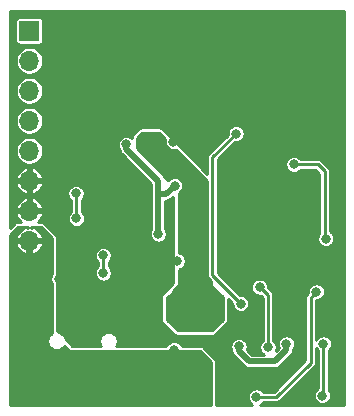
<source format=gbr>
G04 #@! TF.GenerationSoftware,KiCad,Pcbnew,5.1.5*
G04 #@! TF.CreationDate,2020-05-30T17:31:02+02:00*
G04 #@! TF.ProjectId,lichtenprog,6c696368-7465-46e7-9072-6f672e6b6963,rev?*
G04 #@! TF.SameCoordinates,Original*
G04 #@! TF.FileFunction,Copper,L2,Bot*
G04 #@! TF.FilePolarity,Positive*
%FSLAX46Y46*%
G04 Gerber Fmt 4.6, Leading zero omitted, Abs format (unit mm)*
G04 Created by KiCad (PCBNEW 5.1.5) date 2020-05-30 17:31:02*
%MOMM*%
%LPD*%
G04 APERTURE LIST*
%ADD10O,1.700000X1.700000*%
%ADD11R,1.700000X1.700000*%
%ADD12C,0.800000*%
%ADD13C,0.500000*%
%ADD14C,0.250000*%
%ADD15C,0.254000*%
G04 APERTURE END LIST*
D10*
X66000000Y-65780000D03*
X66000000Y-63240000D03*
X66000000Y-60700000D03*
X66000000Y-58160000D03*
X66000000Y-55620000D03*
X66000000Y-53080000D03*
X66000000Y-50540000D03*
D11*
X66000000Y-48000000D03*
D12*
X89000000Y-74500000D03*
X87700000Y-69700000D03*
X73300000Y-66200000D03*
X72300000Y-69700000D03*
X71300000Y-74100000D03*
X78200000Y-57400000D03*
X71100000Y-57400000D03*
X90750000Y-53750000D03*
X74900000Y-74300000D03*
X82400000Y-67500000D03*
X78500000Y-67500000D03*
X77500000Y-69800000D03*
X83600000Y-65300000D03*
X68500000Y-69000000D03*
X74380000Y-62500000D03*
X74250000Y-68500000D03*
X75750000Y-69750000D03*
X87750000Y-74500000D03*
X80300000Y-76200000D03*
X83741957Y-74726514D03*
X78250000Y-75000000D03*
X78300000Y-61100000D03*
X76900000Y-65200000D03*
X74200000Y-57600000D03*
X72250000Y-68500000D03*
X72250000Y-67000000D03*
X69984677Y-63877238D03*
X69944128Y-61749564D03*
X80000000Y-70000000D03*
X78500000Y-71750000D03*
X81500000Y-71750000D03*
X76800000Y-57500000D03*
X75600000Y-57500000D03*
X83900000Y-71100000D03*
X83500000Y-56700000D03*
X91100000Y-65600000D03*
X88400000Y-59300000D03*
X85200000Y-79000000D03*
X90300000Y-70100000D03*
X86200000Y-74800000D03*
X85500000Y-69700000D03*
X90800000Y-78900000D03*
X90900000Y-74500000D03*
D13*
X89000000Y-71000000D02*
X89000000Y-74500000D01*
X87700000Y-69700000D02*
X89000000Y-71000000D01*
X76200000Y-77700000D02*
X77800000Y-76100000D01*
X68500000Y-77700000D02*
X76200000Y-77700000D01*
X66000000Y-65780000D02*
X66000000Y-75200000D01*
X66000000Y-75200000D02*
X68500000Y-77700000D01*
X80200000Y-76100000D02*
X80300000Y-76200000D01*
X77800000Y-76100000D02*
X80200000Y-76100000D01*
X83741957Y-74726514D02*
X83741957Y-75141957D01*
X84600000Y-76000000D02*
X86800000Y-76000000D01*
X83741957Y-75141957D02*
X84600000Y-76000000D01*
X87750000Y-75050000D02*
X87750000Y-74500000D01*
X86800000Y-76000000D02*
X87750000Y-75050000D01*
X77800000Y-75450000D02*
X78250000Y-75000000D01*
X77800000Y-76100000D02*
X77800000Y-75450000D01*
X77600000Y-61800000D02*
X78300000Y-61100000D01*
X76900000Y-61800000D02*
X77600000Y-61800000D01*
X76900000Y-65200000D02*
X76900000Y-62900000D01*
X76900000Y-62900000D02*
X76900000Y-61800000D01*
X76900000Y-60717456D02*
X76900000Y-61800000D01*
X74200000Y-57600000D02*
X74200000Y-58017456D01*
X74200000Y-58017456D02*
X76900000Y-60717456D01*
D14*
X72250000Y-68500000D02*
X72250000Y-67000000D01*
X69944128Y-61749564D02*
X69984677Y-61790113D01*
X69984677Y-61790113D02*
X69984677Y-63877238D01*
D13*
X80000000Y-61000000D02*
X80000000Y-70000000D01*
X76800000Y-57800000D02*
X80000000Y-61000000D01*
X76800000Y-57500000D02*
X76800000Y-57800000D01*
X75600000Y-57500000D02*
X76800000Y-57500000D01*
D14*
X81500000Y-58700000D02*
X83500000Y-56700000D01*
X83900000Y-71100000D02*
X81500000Y-68700000D01*
X81500000Y-68700000D02*
X81500000Y-58700000D01*
X91100000Y-65600000D02*
X91000000Y-65500000D01*
X91000000Y-65500000D02*
X91000000Y-59900000D01*
X91000000Y-59900000D02*
X90400000Y-59300000D01*
X90400000Y-59300000D02*
X88400000Y-59300000D01*
X90300000Y-70100000D02*
X89800000Y-70600000D01*
X89800000Y-70600000D02*
X89800000Y-76100000D01*
X86900000Y-79000000D02*
X85200000Y-79000000D01*
X89800000Y-76100000D02*
X86900000Y-79000000D01*
X86200000Y-70400000D02*
X86200000Y-74800000D01*
X85500000Y-69700000D02*
X86200000Y-70400000D01*
X90900000Y-78800000D02*
X90800000Y-78900000D01*
X90900000Y-74500000D02*
X90900000Y-78800000D01*
D15*
G36*
X92648001Y-79648000D02*
G01*
X85535332Y-79648000D01*
X85544364Y-79644259D01*
X85663436Y-79564698D01*
X85764698Y-79463436D01*
X85772339Y-79452000D01*
X86877795Y-79452000D01*
X86900000Y-79454187D01*
X86922205Y-79452000D01*
X86988607Y-79445460D01*
X87073810Y-79419614D01*
X87152333Y-79377643D01*
X87221159Y-79321159D01*
X87235323Y-79303900D01*
X90103911Y-76435314D01*
X90121159Y-76421159D01*
X90177643Y-76352333D01*
X90219614Y-76273810D01*
X90245460Y-76188607D01*
X90252000Y-76122205D01*
X90254187Y-76100001D01*
X90252000Y-76077796D01*
X90252000Y-74835332D01*
X90255741Y-74844364D01*
X90335302Y-74963436D01*
X90436564Y-75064698D01*
X90448000Y-75072339D01*
X90448001Y-78260843D01*
X90336564Y-78335302D01*
X90235302Y-78436564D01*
X90155741Y-78555636D01*
X90100938Y-78687942D01*
X90073000Y-78828397D01*
X90073000Y-78971603D01*
X90100938Y-79112058D01*
X90155741Y-79244364D01*
X90235302Y-79363436D01*
X90336564Y-79464698D01*
X90455636Y-79544259D01*
X90587942Y-79599062D01*
X90728397Y-79627000D01*
X90871603Y-79627000D01*
X91012058Y-79599062D01*
X91144364Y-79544259D01*
X91263436Y-79464698D01*
X91364698Y-79363436D01*
X91444259Y-79244364D01*
X91499062Y-79112058D01*
X91527000Y-78971603D01*
X91527000Y-78828397D01*
X91499062Y-78687942D01*
X91444259Y-78555636D01*
X91364698Y-78436564D01*
X91352000Y-78423866D01*
X91352000Y-75072339D01*
X91363436Y-75064698D01*
X91464698Y-74963436D01*
X91544259Y-74844364D01*
X91599062Y-74712058D01*
X91627000Y-74571603D01*
X91627000Y-74428397D01*
X91599062Y-74287942D01*
X91544259Y-74155636D01*
X91464698Y-74036564D01*
X91363436Y-73935302D01*
X91244364Y-73855741D01*
X91112058Y-73800938D01*
X90971603Y-73773000D01*
X90828397Y-73773000D01*
X90687942Y-73800938D01*
X90555636Y-73855741D01*
X90436564Y-73935302D01*
X90335302Y-74036564D01*
X90255741Y-74155636D01*
X90252000Y-74164668D01*
X90252000Y-70827000D01*
X90371603Y-70827000D01*
X90512058Y-70799062D01*
X90644364Y-70744259D01*
X90763436Y-70664698D01*
X90864698Y-70563436D01*
X90944259Y-70444364D01*
X90999062Y-70312058D01*
X91027000Y-70171603D01*
X91027000Y-70028397D01*
X90999062Y-69887942D01*
X90944259Y-69755636D01*
X90864698Y-69636564D01*
X90763436Y-69535302D01*
X90644364Y-69455741D01*
X90512058Y-69400938D01*
X90371603Y-69373000D01*
X90228397Y-69373000D01*
X90087942Y-69400938D01*
X89955636Y-69455741D01*
X89836564Y-69535302D01*
X89735302Y-69636564D01*
X89655741Y-69755636D01*
X89600938Y-69887942D01*
X89573000Y-70028397D01*
X89573000Y-70171603D01*
X89575683Y-70185093D01*
X89496100Y-70264677D01*
X89478841Y-70278841D01*
X89422357Y-70347668D01*
X89394887Y-70399062D01*
X89380386Y-70426191D01*
X89354540Y-70511393D01*
X89345813Y-70600000D01*
X89348000Y-70622205D01*
X89348001Y-75912774D01*
X86712777Y-78548000D01*
X85772339Y-78548000D01*
X85764698Y-78536564D01*
X85663436Y-78435302D01*
X85544364Y-78355741D01*
X85412058Y-78300938D01*
X85271603Y-78273000D01*
X85128397Y-78273000D01*
X84987942Y-78300938D01*
X84855636Y-78355741D01*
X84736564Y-78435302D01*
X84635302Y-78536564D01*
X84555741Y-78655636D01*
X84500938Y-78787942D01*
X84473000Y-78928397D01*
X84473000Y-79071603D01*
X84500938Y-79212058D01*
X84555741Y-79344364D01*
X84635302Y-79463436D01*
X84736564Y-79564698D01*
X84855636Y-79644259D01*
X84864668Y-79648000D01*
X81827000Y-79648000D01*
X81827000Y-76000000D01*
X81820717Y-75936205D01*
X81802109Y-75874863D01*
X81771891Y-75818329D01*
X81731224Y-75768776D01*
X80731224Y-74768776D01*
X80681671Y-74728109D01*
X80625137Y-74697891D01*
X80563795Y-74679283D01*
X80500000Y-74673000D01*
X78901451Y-74673000D01*
X78894259Y-74655636D01*
X78893775Y-74654911D01*
X83014957Y-74654911D01*
X83014957Y-74798117D01*
X83042895Y-74938572D01*
X83097698Y-75070878D01*
X83165101Y-75171755D01*
X83173306Y-75255068D01*
X83184271Y-75291212D01*
X83206300Y-75363833D01*
X83259879Y-75464072D01*
X83288595Y-75499062D01*
X83313920Y-75529921D01*
X83313923Y-75529924D01*
X83331984Y-75551931D01*
X83353990Y-75569991D01*
X84171965Y-76387967D01*
X84190026Y-76409974D01*
X84212033Y-76428035D01*
X84212035Y-76428037D01*
X84231980Y-76444405D01*
X84277885Y-76482079D01*
X84378124Y-76535657D01*
X84486888Y-76568650D01*
X84571664Y-76577000D01*
X84571670Y-76577000D01*
X84599999Y-76579790D01*
X84628328Y-76577000D01*
X86771669Y-76577000D01*
X86800000Y-76579790D01*
X86828331Y-76577000D01*
X86828336Y-76577000D01*
X86858045Y-76574074D01*
X86913111Y-76568651D01*
X86960790Y-76554187D01*
X87021876Y-76535657D01*
X87122115Y-76482079D01*
X87209974Y-76409974D01*
X87228039Y-76387962D01*
X88137963Y-75478038D01*
X88159974Y-75459974D01*
X88232079Y-75372115D01*
X88285657Y-75271876D01*
X88300824Y-75221877D01*
X88318651Y-75163112D01*
X88324363Y-75105114D01*
X88327000Y-75078336D01*
X88327000Y-75078331D01*
X88329790Y-75050000D01*
X88327000Y-75021669D01*
X88327000Y-74945025D01*
X88394259Y-74844364D01*
X88449062Y-74712058D01*
X88477000Y-74571603D01*
X88477000Y-74428397D01*
X88449062Y-74287942D01*
X88394259Y-74155636D01*
X88314698Y-74036564D01*
X88213436Y-73935302D01*
X88094364Y-73855741D01*
X87962058Y-73800938D01*
X87821603Y-73773000D01*
X87678397Y-73773000D01*
X87537942Y-73800938D01*
X87405636Y-73855741D01*
X87286564Y-73935302D01*
X87185302Y-74036564D01*
X87105741Y-74155636D01*
X87050938Y-74287942D01*
X87023000Y-74428397D01*
X87023000Y-74571603D01*
X87050938Y-74712058D01*
X87105741Y-74844364D01*
X87119317Y-74864682D01*
X86847529Y-75136470D01*
X86899062Y-75012058D01*
X86927000Y-74871603D01*
X86927000Y-74728397D01*
X86899062Y-74587942D01*
X86844259Y-74455636D01*
X86764698Y-74336564D01*
X86663436Y-74235302D01*
X86652000Y-74227661D01*
X86652000Y-70422202D01*
X86654187Y-70399999D01*
X86649492Y-70352334D01*
X86645460Y-70311393D01*
X86619614Y-70226190D01*
X86577643Y-70147667D01*
X86521159Y-70078841D01*
X86503911Y-70064686D01*
X86224317Y-69785093D01*
X86227000Y-69771603D01*
X86227000Y-69628397D01*
X86199062Y-69487942D01*
X86144259Y-69355636D01*
X86064698Y-69236564D01*
X85963436Y-69135302D01*
X85844364Y-69055741D01*
X85712058Y-69000938D01*
X85571603Y-68973000D01*
X85428397Y-68973000D01*
X85287942Y-69000938D01*
X85155636Y-69055741D01*
X85036564Y-69135302D01*
X84935302Y-69236564D01*
X84855741Y-69355636D01*
X84800938Y-69487942D01*
X84773000Y-69628397D01*
X84773000Y-69771603D01*
X84800938Y-69912058D01*
X84855741Y-70044364D01*
X84935302Y-70163436D01*
X85036564Y-70264698D01*
X85155636Y-70344259D01*
X85287942Y-70399062D01*
X85428397Y-70427000D01*
X85571603Y-70427000D01*
X85585093Y-70424317D01*
X85748000Y-70587225D01*
X85748001Y-74227660D01*
X85736564Y-74235302D01*
X85635302Y-74336564D01*
X85555741Y-74455636D01*
X85500938Y-74587942D01*
X85473000Y-74728397D01*
X85473000Y-74871603D01*
X85500938Y-75012058D01*
X85555741Y-75144364D01*
X85635302Y-75263436D01*
X85736564Y-75364698D01*
X85823820Y-75423000D01*
X84839002Y-75423000D01*
X84415700Y-74999698D01*
X84441019Y-74938572D01*
X84468957Y-74798117D01*
X84468957Y-74654911D01*
X84441019Y-74514456D01*
X84386216Y-74382150D01*
X84306655Y-74263078D01*
X84205393Y-74161816D01*
X84086321Y-74082255D01*
X83954015Y-74027452D01*
X83813560Y-73999514D01*
X83670354Y-73999514D01*
X83529899Y-74027452D01*
X83397593Y-74082255D01*
X83278521Y-74161816D01*
X83177259Y-74263078D01*
X83097698Y-74382150D01*
X83042895Y-74514456D01*
X83014957Y-74654911D01*
X78893775Y-74654911D01*
X78814698Y-74536564D01*
X78713436Y-74435302D01*
X78594364Y-74355741D01*
X78462058Y-74300938D01*
X78321603Y-74273000D01*
X78178397Y-74273000D01*
X78037942Y-74300938D01*
X77905636Y-74355741D01*
X77786564Y-74435302D01*
X77685302Y-74536564D01*
X77605741Y-74655636D01*
X77598549Y-74673000D01*
X73351851Y-74673000D01*
X73388569Y-74618048D01*
X73447141Y-74476643D01*
X73477000Y-74326528D01*
X73477000Y-74173472D01*
X73447141Y-74023357D01*
X73388569Y-73881952D01*
X73303536Y-73754691D01*
X73195309Y-73646464D01*
X73068048Y-73561431D01*
X72926643Y-73502859D01*
X72776528Y-73473000D01*
X72623472Y-73473000D01*
X72473357Y-73502859D01*
X72331952Y-73561431D01*
X72204691Y-73646464D01*
X72096464Y-73754691D01*
X72011431Y-73881952D01*
X71952859Y-74023357D01*
X71923000Y-74173472D01*
X71923000Y-74326528D01*
X71952859Y-74476643D01*
X72011431Y-74618048D01*
X72048149Y-74673000D01*
X69635448Y-74673000D01*
X69062370Y-74099922D01*
X69047141Y-74023357D01*
X68988569Y-73881952D01*
X68903536Y-73754691D01*
X68795309Y-73646464D01*
X68668048Y-73561431D01*
X68526643Y-73502859D01*
X68450078Y-73487630D01*
X68327000Y-73364552D01*
X68327000Y-66928397D01*
X71523000Y-66928397D01*
X71523000Y-67071603D01*
X71550938Y-67212058D01*
X71605741Y-67344364D01*
X71685302Y-67463436D01*
X71786564Y-67564698D01*
X71798001Y-67572340D01*
X71798000Y-67927660D01*
X71786564Y-67935302D01*
X71685302Y-68036564D01*
X71605741Y-68155636D01*
X71550938Y-68287942D01*
X71523000Y-68428397D01*
X71523000Y-68571603D01*
X71550938Y-68712058D01*
X71605741Y-68844364D01*
X71685302Y-68963436D01*
X71786564Y-69064698D01*
X71905636Y-69144259D01*
X72037942Y-69199062D01*
X72178397Y-69227000D01*
X72321603Y-69227000D01*
X72462058Y-69199062D01*
X72594364Y-69144259D01*
X72713436Y-69064698D01*
X72814698Y-68963436D01*
X72894259Y-68844364D01*
X72949062Y-68712058D01*
X72977000Y-68571603D01*
X72977000Y-68428397D01*
X72949062Y-68287942D01*
X72894259Y-68155636D01*
X72814698Y-68036564D01*
X72713436Y-67935302D01*
X72702000Y-67927661D01*
X72702000Y-67572339D01*
X72713436Y-67564698D01*
X72814698Y-67463436D01*
X72894259Y-67344364D01*
X72949062Y-67212058D01*
X72977000Y-67071603D01*
X72977000Y-66928397D01*
X72949062Y-66787942D01*
X72894259Y-66655636D01*
X72814698Y-66536564D01*
X72713436Y-66435302D01*
X72594364Y-66355741D01*
X72462058Y-66300938D01*
X72321603Y-66273000D01*
X72178397Y-66273000D01*
X72037942Y-66300938D01*
X71905636Y-66355741D01*
X71786564Y-66435302D01*
X71685302Y-66536564D01*
X71605741Y-66655636D01*
X71550938Y-66787942D01*
X71523000Y-66928397D01*
X68327000Y-66928397D01*
X68327000Y-65500000D01*
X68320717Y-65436205D01*
X68302109Y-65374863D01*
X68271891Y-65318329D01*
X68231224Y-65268776D01*
X67231224Y-64268776D01*
X67181671Y-64228109D01*
X67125137Y-64197891D01*
X67063795Y-64179283D01*
X67000000Y-64173000D01*
X66717039Y-64173000D01*
X66719679Y-64171346D01*
X66887547Y-64013048D01*
X67021307Y-63825042D01*
X67115819Y-63614553D01*
X67135855Y-63548485D01*
X67087862Y-63367000D01*
X66127000Y-63367000D01*
X66127000Y-63387000D01*
X65873000Y-63387000D01*
X65873000Y-63367000D01*
X64912138Y-63367000D01*
X64864145Y-63548485D01*
X64884181Y-63614553D01*
X64978693Y-63825042D01*
X65112453Y-64013048D01*
X65280321Y-64171346D01*
X65282961Y-64173000D01*
X65000000Y-64173000D01*
X64936205Y-64179283D01*
X64874863Y-64197891D01*
X64818329Y-64228109D01*
X64768776Y-64268776D01*
X64352000Y-64685552D01*
X64352000Y-62931515D01*
X64864145Y-62931515D01*
X64912138Y-63113000D01*
X65873000Y-63113000D01*
X65873000Y-62151616D01*
X66127000Y-62151616D01*
X66127000Y-63113000D01*
X67087862Y-63113000D01*
X67135855Y-62931515D01*
X67115819Y-62865447D01*
X67021307Y-62654958D01*
X66887547Y-62466952D01*
X66719679Y-62308654D01*
X66524154Y-62186147D01*
X66308486Y-62104139D01*
X66127000Y-62151616D01*
X65873000Y-62151616D01*
X65691514Y-62104139D01*
X65475846Y-62186147D01*
X65280321Y-62308654D01*
X65112453Y-62466952D01*
X64978693Y-62654958D01*
X64884181Y-62865447D01*
X64864145Y-62931515D01*
X64352000Y-62931515D01*
X64352000Y-61008485D01*
X64864145Y-61008485D01*
X64884181Y-61074553D01*
X64978693Y-61285042D01*
X65112453Y-61473048D01*
X65280321Y-61631346D01*
X65475846Y-61753853D01*
X65691514Y-61835861D01*
X65873000Y-61788384D01*
X65873000Y-60827000D01*
X66127000Y-60827000D01*
X66127000Y-61788384D01*
X66308486Y-61835861D01*
X66524154Y-61753853D01*
X66645280Y-61677961D01*
X69217128Y-61677961D01*
X69217128Y-61821167D01*
X69245066Y-61961622D01*
X69299869Y-62093928D01*
X69379430Y-62213000D01*
X69480692Y-62314262D01*
X69532677Y-62348997D01*
X69532678Y-63304898D01*
X69521241Y-63312540D01*
X69419979Y-63413802D01*
X69340418Y-63532874D01*
X69285615Y-63665180D01*
X69257677Y-63805635D01*
X69257677Y-63948841D01*
X69285615Y-64089296D01*
X69340418Y-64221602D01*
X69419979Y-64340674D01*
X69521241Y-64441936D01*
X69640313Y-64521497D01*
X69772619Y-64576300D01*
X69913074Y-64604238D01*
X70056280Y-64604238D01*
X70196735Y-64576300D01*
X70329041Y-64521497D01*
X70448113Y-64441936D01*
X70549375Y-64340674D01*
X70628936Y-64221602D01*
X70683739Y-64089296D01*
X70711677Y-63948841D01*
X70711677Y-63805635D01*
X70683739Y-63665180D01*
X70628936Y-63532874D01*
X70549375Y-63413802D01*
X70448113Y-63312540D01*
X70436677Y-63304899D01*
X70436677Y-62285149D01*
X70508826Y-62213000D01*
X70588387Y-62093928D01*
X70643190Y-61961622D01*
X70671128Y-61821167D01*
X70671128Y-61677961D01*
X70643190Y-61537506D01*
X70588387Y-61405200D01*
X70508826Y-61286128D01*
X70407564Y-61184866D01*
X70288492Y-61105305D01*
X70156186Y-61050502D01*
X70015731Y-61022564D01*
X69872525Y-61022564D01*
X69732070Y-61050502D01*
X69599764Y-61105305D01*
X69480692Y-61184866D01*
X69379430Y-61286128D01*
X69299869Y-61405200D01*
X69245066Y-61537506D01*
X69217128Y-61677961D01*
X66645280Y-61677961D01*
X66719679Y-61631346D01*
X66887547Y-61473048D01*
X67021307Y-61285042D01*
X67115819Y-61074553D01*
X67135855Y-61008485D01*
X67087862Y-60827000D01*
X66127000Y-60827000D01*
X65873000Y-60827000D01*
X64912138Y-60827000D01*
X64864145Y-61008485D01*
X64352000Y-61008485D01*
X64352000Y-60391515D01*
X64864145Y-60391515D01*
X64912138Y-60573000D01*
X65873000Y-60573000D01*
X65873000Y-59611616D01*
X66127000Y-59611616D01*
X66127000Y-60573000D01*
X67087862Y-60573000D01*
X67135855Y-60391515D01*
X67115819Y-60325447D01*
X67021307Y-60114958D01*
X66887547Y-59926952D01*
X66719679Y-59768654D01*
X66524154Y-59646147D01*
X66308486Y-59564139D01*
X66127000Y-59611616D01*
X65873000Y-59611616D01*
X65691514Y-59564139D01*
X65475846Y-59646147D01*
X65280321Y-59768654D01*
X65112453Y-59926952D01*
X64978693Y-60114958D01*
X64884181Y-60325447D01*
X64864145Y-60391515D01*
X64352000Y-60391515D01*
X64352000Y-58044076D01*
X64823000Y-58044076D01*
X64823000Y-58275924D01*
X64868231Y-58503318D01*
X64956956Y-58717519D01*
X65085764Y-58910294D01*
X65249706Y-59074236D01*
X65442481Y-59203044D01*
X65656682Y-59291769D01*
X65884076Y-59337000D01*
X66115924Y-59337000D01*
X66343318Y-59291769D01*
X66557519Y-59203044D01*
X66750294Y-59074236D01*
X66914236Y-58910294D01*
X67043044Y-58717519D01*
X67131769Y-58503318D01*
X67177000Y-58275924D01*
X67177000Y-58044076D01*
X67131769Y-57816682D01*
X67043044Y-57602481D01*
X66993543Y-57528397D01*
X73473000Y-57528397D01*
X73473000Y-57671603D01*
X73500938Y-57812058D01*
X73555741Y-57944364D01*
X73622912Y-58044893D01*
X73623000Y-58045787D01*
X73623000Y-58045792D01*
X73625926Y-58075501D01*
X73631349Y-58130567D01*
X73635503Y-58144259D01*
X73664343Y-58239332D01*
X73717922Y-58339571D01*
X73741787Y-58368650D01*
X73771963Y-58405420D01*
X73771966Y-58405423D01*
X73790027Y-58427430D01*
X73812034Y-58445491D01*
X76323000Y-60956457D01*
X76323001Y-61771654D01*
X76320209Y-61800000D01*
X76323001Y-61828346D01*
X76323000Y-62928335D01*
X76323001Y-62928345D01*
X76323000Y-64754975D01*
X76255741Y-64855636D01*
X76200938Y-64987942D01*
X76173000Y-65128397D01*
X76173000Y-65271603D01*
X76200938Y-65412058D01*
X76255741Y-65544364D01*
X76335302Y-65663436D01*
X76436564Y-65764698D01*
X76555636Y-65844259D01*
X76687942Y-65899062D01*
X76828397Y-65927000D01*
X76971603Y-65927000D01*
X77112058Y-65899062D01*
X77244364Y-65844259D01*
X77363436Y-65764698D01*
X77464698Y-65663436D01*
X77544259Y-65544364D01*
X77599062Y-65412058D01*
X77627000Y-65271603D01*
X77627000Y-65128397D01*
X77599062Y-64987942D01*
X77544259Y-64855636D01*
X77477000Y-64754975D01*
X77477000Y-62377000D01*
X77571669Y-62377000D01*
X77600000Y-62379790D01*
X77628331Y-62377000D01*
X77628336Y-62377000D01*
X77658045Y-62374074D01*
X77713111Y-62368651D01*
X77757770Y-62355103D01*
X77821876Y-62335657D01*
X77922115Y-62282079D01*
X78009974Y-62209974D01*
X78028039Y-62187962D01*
X78173000Y-62043001D01*
X78173000Y-69364552D01*
X77268776Y-70268776D01*
X77228109Y-70318329D01*
X77197891Y-70374863D01*
X77179283Y-70436205D01*
X77173000Y-70500000D01*
X77173000Y-72500000D01*
X77179283Y-72563795D01*
X77197891Y-72625137D01*
X77228109Y-72681671D01*
X77268776Y-72731224D01*
X78268776Y-73731224D01*
X78318329Y-73771891D01*
X78374863Y-73802109D01*
X78436205Y-73820717D01*
X78500000Y-73827000D01*
X81500000Y-73827000D01*
X81563795Y-73820717D01*
X81625137Y-73802109D01*
X81681671Y-73771891D01*
X81731224Y-73731224D01*
X82731224Y-72731224D01*
X82771891Y-72681671D01*
X82802109Y-72625137D01*
X82820717Y-72563795D01*
X82827000Y-72500000D01*
X82827000Y-70666224D01*
X83175683Y-71014907D01*
X83173000Y-71028397D01*
X83173000Y-71171603D01*
X83200938Y-71312058D01*
X83255741Y-71444364D01*
X83335302Y-71563436D01*
X83436564Y-71664698D01*
X83555636Y-71744259D01*
X83687942Y-71799062D01*
X83828397Y-71827000D01*
X83971603Y-71827000D01*
X84112058Y-71799062D01*
X84244364Y-71744259D01*
X84363436Y-71664698D01*
X84464698Y-71563436D01*
X84544259Y-71444364D01*
X84599062Y-71312058D01*
X84627000Y-71171603D01*
X84627000Y-71028397D01*
X84599062Y-70887942D01*
X84544259Y-70755636D01*
X84464698Y-70636564D01*
X84363436Y-70535302D01*
X84244364Y-70455741D01*
X84112058Y-70400938D01*
X83971603Y-70373000D01*
X83828397Y-70373000D01*
X83814907Y-70375683D01*
X81952000Y-68512777D01*
X81952000Y-59228397D01*
X87673000Y-59228397D01*
X87673000Y-59371603D01*
X87700938Y-59512058D01*
X87755741Y-59644364D01*
X87835302Y-59763436D01*
X87936564Y-59864698D01*
X88055636Y-59944259D01*
X88187942Y-59999062D01*
X88328397Y-60027000D01*
X88471603Y-60027000D01*
X88612058Y-59999062D01*
X88744364Y-59944259D01*
X88863436Y-59864698D01*
X88964698Y-59763436D01*
X88972339Y-59752000D01*
X90212777Y-59752000D01*
X90548001Y-60087225D01*
X90548000Y-65123866D01*
X90535302Y-65136564D01*
X90455741Y-65255636D01*
X90400938Y-65387942D01*
X90373000Y-65528397D01*
X90373000Y-65671603D01*
X90400938Y-65812058D01*
X90455741Y-65944364D01*
X90535302Y-66063436D01*
X90636564Y-66164698D01*
X90755636Y-66244259D01*
X90887942Y-66299062D01*
X91028397Y-66327000D01*
X91171603Y-66327000D01*
X91312058Y-66299062D01*
X91444364Y-66244259D01*
X91563436Y-66164698D01*
X91664698Y-66063436D01*
X91744259Y-65944364D01*
X91799062Y-65812058D01*
X91827000Y-65671603D01*
X91827000Y-65528397D01*
X91799062Y-65387942D01*
X91744259Y-65255636D01*
X91664698Y-65136564D01*
X91563436Y-65035302D01*
X91452000Y-64960843D01*
X91452000Y-59922204D01*
X91454187Y-59899999D01*
X91445460Y-59811392D01*
X91419614Y-59726190D01*
X91377642Y-59647666D01*
X91321159Y-59578841D01*
X91303910Y-59564685D01*
X90735323Y-58996100D01*
X90721159Y-58978841D01*
X90652333Y-58922357D01*
X90573810Y-58880386D01*
X90488607Y-58854540D01*
X90422205Y-58848000D01*
X90400000Y-58845813D01*
X90377795Y-58848000D01*
X88972339Y-58848000D01*
X88964698Y-58836564D01*
X88863436Y-58735302D01*
X88744364Y-58655741D01*
X88612058Y-58600938D01*
X88471603Y-58573000D01*
X88328397Y-58573000D01*
X88187942Y-58600938D01*
X88055636Y-58655741D01*
X87936564Y-58735302D01*
X87835302Y-58836564D01*
X87755741Y-58955636D01*
X87700938Y-59087942D01*
X87673000Y-59228397D01*
X81952000Y-59228397D01*
X81952000Y-58887223D01*
X83414908Y-57424317D01*
X83428397Y-57427000D01*
X83571603Y-57427000D01*
X83712058Y-57399062D01*
X83844364Y-57344259D01*
X83963436Y-57264698D01*
X84064698Y-57163436D01*
X84144259Y-57044364D01*
X84199062Y-56912058D01*
X84227000Y-56771603D01*
X84227000Y-56628397D01*
X84199062Y-56487942D01*
X84144259Y-56355636D01*
X84064698Y-56236564D01*
X83963436Y-56135302D01*
X83844364Y-56055741D01*
X83712058Y-56000938D01*
X83571603Y-55973000D01*
X83428397Y-55973000D01*
X83287942Y-56000938D01*
X83155636Y-56055741D01*
X83036564Y-56135302D01*
X82935302Y-56236564D01*
X82855741Y-56355636D01*
X82800938Y-56487942D01*
X82773000Y-56628397D01*
X82773000Y-56771603D01*
X82775683Y-56785092D01*
X81196096Y-58364681D01*
X81178842Y-58378841D01*
X81138966Y-58427430D01*
X81122358Y-58447667D01*
X81080386Y-58526191D01*
X81054540Y-58611393D01*
X81045813Y-58700000D01*
X81048001Y-58722215D01*
X81048001Y-60085553D01*
X77231224Y-56268776D01*
X77181671Y-56228109D01*
X77125137Y-56197891D01*
X77063795Y-56179283D01*
X77000000Y-56173000D01*
X75500000Y-56173000D01*
X75436205Y-56179283D01*
X75374863Y-56197891D01*
X75318329Y-56228109D01*
X75268776Y-56268776D01*
X74768776Y-56768776D01*
X74728109Y-56818329D01*
X74697891Y-56874863D01*
X74679283Y-56936205D01*
X74673000Y-57000000D01*
X74673000Y-57044866D01*
X74663436Y-57035302D01*
X74544364Y-56955741D01*
X74412058Y-56900938D01*
X74271603Y-56873000D01*
X74128397Y-56873000D01*
X73987942Y-56900938D01*
X73855636Y-56955741D01*
X73736564Y-57035302D01*
X73635302Y-57136564D01*
X73555741Y-57255636D01*
X73500938Y-57387942D01*
X73473000Y-57528397D01*
X66993543Y-57528397D01*
X66914236Y-57409706D01*
X66750294Y-57245764D01*
X66557519Y-57116956D01*
X66343318Y-57028231D01*
X66115924Y-56983000D01*
X65884076Y-56983000D01*
X65656682Y-57028231D01*
X65442481Y-57116956D01*
X65249706Y-57245764D01*
X65085764Y-57409706D01*
X64956956Y-57602481D01*
X64868231Y-57816682D01*
X64823000Y-58044076D01*
X64352000Y-58044076D01*
X64352000Y-55504076D01*
X64823000Y-55504076D01*
X64823000Y-55735924D01*
X64868231Y-55963318D01*
X64956956Y-56177519D01*
X65085764Y-56370294D01*
X65249706Y-56534236D01*
X65442481Y-56663044D01*
X65656682Y-56751769D01*
X65884076Y-56797000D01*
X66115924Y-56797000D01*
X66343318Y-56751769D01*
X66557519Y-56663044D01*
X66750294Y-56534236D01*
X66914236Y-56370294D01*
X67043044Y-56177519D01*
X67131769Y-55963318D01*
X67177000Y-55735924D01*
X67177000Y-55504076D01*
X67131769Y-55276682D01*
X67043044Y-55062481D01*
X66914236Y-54869706D01*
X66750294Y-54705764D01*
X66557519Y-54576956D01*
X66343318Y-54488231D01*
X66115924Y-54443000D01*
X65884076Y-54443000D01*
X65656682Y-54488231D01*
X65442481Y-54576956D01*
X65249706Y-54705764D01*
X65085764Y-54869706D01*
X64956956Y-55062481D01*
X64868231Y-55276682D01*
X64823000Y-55504076D01*
X64352000Y-55504076D01*
X64352000Y-52964076D01*
X64823000Y-52964076D01*
X64823000Y-53195924D01*
X64868231Y-53423318D01*
X64956956Y-53637519D01*
X65085764Y-53830294D01*
X65249706Y-53994236D01*
X65442481Y-54123044D01*
X65656682Y-54211769D01*
X65884076Y-54257000D01*
X66115924Y-54257000D01*
X66343318Y-54211769D01*
X66557519Y-54123044D01*
X66750294Y-53994236D01*
X66914236Y-53830294D01*
X67043044Y-53637519D01*
X67131769Y-53423318D01*
X67177000Y-53195924D01*
X67177000Y-52964076D01*
X67131769Y-52736682D01*
X67043044Y-52522481D01*
X66914236Y-52329706D01*
X66750294Y-52165764D01*
X66557519Y-52036956D01*
X66343318Y-51948231D01*
X66115924Y-51903000D01*
X65884076Y-51903000D01*
X65656682Y-51948231D01*
X65442481Y-52036956D01*
X65249706Y-52165764D01*
X65085764Y-52329706D01*
X64956956Y-52522481D01*
X64868231Y-52736682D01*
X64823000Y-52964076D01*
X64352000Y-52964076D01*
X64352000Y-50424076D01*
X64823000Y-50424076D01*
X64823000Y-50655924D01*
X64868231Y-50883318D01*
X64956956Y-51097519D01*
X65085764Y-51290294D01*
X65249706Y-51454236D01*
X65442481Y-51583044D01*
X65656682Y-51671769D01*
X65884076Y-51717000D01*
X66115924Y-51717000D01*
X66343318Y-51671769D01*
X66557519Y-51583044D01*
X66750294Y-51454236D01*
X66914236Y-51290294D01*
X67043044Y-51097519D01*
X67131769Y-50883318D01*
X67177000Y-50655924D01*
X67177000Y-50424076D01*
X67131769Y-50196682D01*
X67043044Y-49982481D01*
X66914236Y-49789706D01*
X66750294Y-49625764D01*
X66557519Y-49496956D01*
X66343318Y-49408231D01*
X66115924Y-49363000D01*
X65884076Y-49363000D01*
X65656682Y-49408231D01*
X65442481Y-49496956D01*
X65249706Y-49625764D01*
X65085764Y-49789706D01*
X64956956Y-49982481D01*
X64868231Y-50196682D01*
X64823000Y-50424076D01*
X64352000Y-50424076D01*
X64352000Y-47150000D01*
X64821418Y-47150000D01*
X64821418Y-48850000D01*
X64827732Y-48914103D01*
X64846430Y-48975743D01*
X64876794Y-49032550D01*
X64917657Y-49082343D01*
X64967450Y-49123206D01*
X65024257Y-49153570D01*
X65085897Y-49172268D01*
X65150000Y-49178582D01*
X66850000Y-49178582D01*
X66914103Y-49172268D01*
X66975743Y-49153570D01*
X67032550Y-49123206D01*
X67082343Y-49082343D01*
X67123206Y-49032550D01*
X67153570Y-48975743D01*
X67172268Y-48914103D01*
X67178582Y-48850000D01*
X67178582Y-47150000D01*
X67172268Y-47085897D01*
X67153570Y-47024257D01*
X67123206Y-46967450D01*
X67082343Y-46917657D01*
X67032550Y-46876794D01*
X66975743Y-46846430D01*
X66914103Y-46827732D01*
X66850000Y-46821418D01*
X65150000Y-46821418D01*
X65085897Y-46827732D01*
X65024257Y-46846430D01*
X64967450Y-46876794D01*
X64917657Y-46917657D01*
X64876794Y-46967450D01*
X64846430Y-47024257D01*
X64827732Y-47085897D01*
X64821418Y-47150000D01*
X64352000Y-47150000D01*
X64352000Y-46352000D01*
X92648000Y-46352000D01*
X92648001Y-79648000D01*
G37*
X92648001Y-79648000D02*
X85535332Y-79648000D01*
X85544364Y-79644259D01*
X85663436Y-79564698D01*
X85764698Y-79463436D01*
X85772339Y-79452000D01*
X86877795Y-79452000D01*
X86900000Y-79454187D01*
X86922205Y-79452000D01*
X86988607Y-79445460D01*
X87073810Y-79419614D01*
X87152333Y-79377643D01*
X87221159Y-79321159D01*
X87235323Y-79303900D01*
X90103911Y-76435314D01*
X90121159Y-76421159D01*
X90177643Y-76352333D01*
X90219614Y-76273810D01*
X90245460Y-76188607D01*
X90252000Y-76122205D01*
X90254187Y-76100001D01*
X90252000Y-76077796D01*
X90252000Y-74835332D01*
X90255741Y-74844364D01*
X90335302Y-74963436D01*
X90436564Y-75064698D01*
X90448000Y-75072339D01*
X90448001Y-78260843D01*
X90336564Y-78335302D01*
X90235302Y-78436564D01*
X90155741Y-78555636D01*
X90100938Y-78687942D01*
X90073000Y-78828397D01*
X90073000Y-78971603D01*
X90100938Y-79112058D01*
X90155741Y-79244364D01*
X90235302Y-79363436D01*
X90336564Y-79464698D01*
X90455636Y-79544259D01*
X90587942Y-79599062D01*
X90728397Y-79627000D01*
X90871603Y-79627000D01*
X91012058Y-79599062D01*
X91144364Y-79544259D01*
X91263436Y-79464698D01*
X91364698Y-79363436D01*
X91444259Y-79244364D01*
X91499062Y-79112058D01*
X91527000Y-78971603D01*
X91527000Y-78828397D01*
X91499062Y-78687942D01*
X91444259Y-78555636D01*
X91364698Y-78436564D01*
X91352000Y-78423866D01*
X91352000Y-75072339D01*
X91363436Y-75064698D01*
X91464698Y-74963436D01*
X91544259Y-74844364D01*
X91599062Y-74712058D01*
X91627000Y-74571603D01*
X91627000Y-74428397D01*
X91599062Y-74287942D01*
X91544259Y-74155636D01*
X91464698Y-74036564D01*
X91363436Y-73935302D01*
X91244364Y-73855741D01*
X91112058Y-73800938D01*
X90971603Y-73773000D01*
X90828397Y-73773000D01*
X90687942Y-73800938D01*
X90555636Y-73855741D01*
X90436564Y-73935302D01*
X90335302Y-74036564D01*
X90255741Y-74155636D01*
X90252000Y-74164668D01*
X90252000Y-70827000D01*
X90371603Y-70827000D01*
X90512058Y-70799062D01*
X90644364Y-70744259D01*
X90763436Y-70664698D01*
X90864698Y-70563436D01*
X90944259Y-70444364D01*
X90999062Y-70312058D01*
X91027000Y-70171603D01*
X91027000Y-70028397D01*
X90999062Y-69887942D01*
X90944259Y-69755636D01*
X90864698Y-69636564D01*
X90763436Y-69535302D01*
X90644364Y-69455741D01*
X90512058Y-69400938D01*
X90371603Y-69373000D01*
X90228397Y-69373000D01*
X90087942Y-69400938D01*
X89955636Y-69455741D01*
X89836564Y-69535302D01*
X89735302Y-69636564D01*
X89655741Y-69755636D01*
X89600938Y-69887942D01*
X89573000Y-70028397D01*
X89573000Y-70171603D01*
X89575683Y-70185093D01*
X89496100Y-70264677D01*
X89478841Y-70278841D01*
X89422357Y-70347668D01*
X89394887Y-70399062D01*
X89380386Y-70426191D01*
X89354540Y-70511393D01*
X89345813Y-70600000D01*
X89348000Y-70622205D01*
X89348001Y-75912774D01*
X86712777Y-78548000D01*
X85772339Y-78548000D01*
X85764698Y-78536564D01*
X85663436Y-78435302D01*
X85544364Y-78355741D01*
X85412058Y-78300938D01*
X85271603Y-78273000D01*
X85128397Y-78273000D01*
X84987942Y-78300938D01*
X84855636Y-78355741D01*
X84736564Y-78435302D01*
X84635302Y-78536564D01*
X84555741Y-78655636D01*
X84500938Y-78787942D01*
X84473000Y-78928397D01*
X84473000Y-79071603D01*
X84500938Y-79212058D01*
X84555741Y-79344364D01*
X84635302Y-79463436D01*
X84736564Y-79564698D01*
X84855636Y-79644259D01*
X84864668Y-79648000D01*
X81827000Y-79648000D01*
X81827000Y-76000000D01*
X81820717Y-75936205D01*
X81802109Y-75874863D01*
X81771891Y-75818329D01*
X81731224Y-75768776D01*
X80731224Y-74768776D01*
X80681671Y-74728109D01*
X80625137Y-74697891D01*
X80563795Y-74679283D01*
X80500000Y-74673000D01*
X78901451Y-74673000D01*
X78894259Y-74655636D01*
X78893775Y-74654911D01*
X83014957Y-74654911D01*
X83014957Y-74798117D01*
X83042895Y-74938572D01*
X83097698Y-75070878D01*
X83165101Y-75171755D01*
X83173306Y-75255068D01*
X83184271Y-75291212D01*
X83206300Y-75363833D01*
X83259879Y-75464072D01*
X83288595Y-75499062D01*
X83313920Y-75529921D01*
X83313923Y-75529924D01*
X83331984Y-75551931D01*
X83353990Y-75569991D01*
X84171965Y-76387967D01*
X84190026Y-76409974D01*
X84212033Y-76428035D01*
X84212035Y-76428037D01*
X84231980Y-76444405D01*
X84277885Y-76482079D01*
X84378124Y-76535657D01*
X84486888Y-76568650D01*
X84571664Y-76577000D01*
X84571670Y-76577000D01*
X84599999Y-76579790D01*
X84628328Y-76577000D01*
X86771669Y-76577000D01*
X86800000Y-76579790D01*
X86828331Y-76577000D01*
X86828336Y-76577000D01*
X86858045Y-76574074D01*
X86913111Y-76568651D01*
X86960790Y-76554187D01*
X87021876Y-76535657D01*
X87122115Y-76482079D01*
X87209974Y-76409974D01*
X87228039Y-76387962D01*
X88137963Y-75478038D01*
X88159974Y-75459974D01*
X88232079Y-75372115D01*
X88285657Y-75271876D01*
X88300824Y-75221877D01*
X88318651Y-75163112D01*
X88324363Y-75105114D01*
X88327000Y-75078336D01*
X88327000Y-75078331D01*
X88329790Y-75050000D01*
X88327000Y-75021669D01*
X88327000Y-74945025D01*
X88394259Y-74844364D01*
X88449062Y-74712058D01*
X88477000Y-74571603D01*
X88477000Y-74428397D01*
X88449062Y-74287942D01*
X88394259Y-74155636D01*
X88314698Y-74036564D01*
X88213436Y-73935302D01*
X88094364Y-73855741D01*
X87962058Y-73800938D01*
X87821603Y-73773000D01*
X87678397Y-73773000D01*
X87537942Y-73800938D01*
X87405636Y-73855741D01*
X87286564Y-73935302D01*
X87185302Y-74036564D01*
X87105741Y-74155636D01*
X87050938Y-74287942D01*
X87023000Y-74428397D01*
X87023000Y-74571603D01*
X87050938Y-74712058D01*
X87105741Y-74844364D01*
X87119317Y-74864682D01*
X86847529Y-75136470D01*
X86899062Y-75012058D01*
X86927000Y-74871603D01*
X86927000Y-74728397D01*
X86899062Y-74587942D01*
X86844259Y-74455636D01*
X86764698Y-74336564D01*
X86663436Y-74235302D01*
X86652000Y-74227661D01*
X86652000Y-70422202D01*
X86654187Y-70399999D01*
X86649492Y-70352334D01*
X86645460Y-70311393D01*
X86619614Y-70226190D01*
X86577643Y-70147667D01*
X86521159Y-70078841D01*
X86503911Y-70064686D01*
X86224317Y-69785093D01*
X86227000Y-69771603D01*
X86227000Y-69628397D01*
X86199062Y-69487942D01*
X86144259Y-69355636D01*
X86064698Y-69236564D01*
X85963436Y-69135302D01*
X85844364Y-69055741D01*
X85712058Y-69000938D01*
X85571603Y-68973000D01*
X85428397Y-68973000D01*
X85287942Y-69000938D01*
X85155636Y-69055741D01*
X85036564Y-69135302D01*
X84935302Y-69236564D01*
X84855741Y-69355636D01*
X84800938Y-69487942D01*
X84773000Y-69628397D01*
X84773000Y-69771603D01*
X84800938Y-69912058D01*
X84855741Y-70044364D01*
X84935302Y-70163436D01*
X85036564Y-70264698D01*
X85155636Y-70344259D01*
X85287942Y-70399062D01*
X85428397Y-70427000D01*
X85571603Y-70427000D01*
X85585093Y-70424317D01*
X85748000Y-70587225D01*
X85748001Y-74227660D01*
X85736564Y-74235302D01*
X85635302Y-74336564D01*
X85555741Y-74455636D01*
X85500938Y-74587942D01*
X85473000Y-74728397D01*
X85473000Y-74871603D01*
X85500938Y-75012058D01*
X85555741Y-75144364D01*
X85635302Y-75263436D01*
X85736564Y-75364698D01*
X85823820Y-75423000D01*
X84839002Y-75423000D01*
X84415700Y-74999698D01*
X84441019Y-74938572D01*
X84468957Y-74798117D01*
X84468957Y-74654911D01*
X84441019Y-74514456D01*
X84386216Y-74382150D01*
X84306655Y-74263078D01*
X84205393Y-74161816D01*
X84086321Y-74082255D01*
X83954015Y-74027452D01*
X83813560Y-73999514D01*
X83670354Y-73999514D01*
X83529899Y-74027452D01*
X83397593Y-74082255D01*
X83278521Y-74161816D01*
X83177259Y-74263078D01*
X83097698Y-74382150D01*
X83042895Y-74514456D01*
X83014957Y-74654911D01*
X78893775Y-74654911D01*
X78814698Y-74536564D01*
X78713436Y-74435302D01*
X78594364Y-74355741D01*
X78462058Y-74300938D01*
X78321603Y-74273000D01*
X78178397Y-74273000D01*
X78037942Y-74300938D01*
X77905636Y-74355741D01*
X77786564Y-74435302D01*
X77685302Y-74536564D01*
X77605741Y-74655636D01*
X77598549Y-74673000D01*
X73351851Y-74673000D01*
X73388569Y-74618048D01*
X73447141Y-74476643D01*
X73477000Y-74326528D01*
X73477000Y-74173472D01*
X73447141Y-74023357D01*
X73388569Y-73881952D01*
X73303536Y-73754691D01*
X73195309Y-73646464D01*
X73068048Y-73561431D01*
X72926643Y-73502859D01*
X72776528Y-73473000D01*
X72623472Y-73473000D01*
X72473357Y-73502859D01*
X72331952Y-73561431D01*
X72204691Y-73646464D01*
X72096464Y-73754691D01*
X72011431Y-73881952D01*
X71952859Y-74023357D01*
X71923000Y-74173472D01*
X71923000Y-74326528D01*
X71952859Y-74476643D01*
X72011431Y-74618048D01*
X72048149Y-74673000D01*
X69635448Y-74673000D01*
X69062370Y-74099922D01*
X69047141Y-74023357D01*
X68988569Y-73881952D01*
X68903536Y-73754691D01*
X68795309Y-73646464D01*
X68668048Y-73561431D01*
X68526643Y-73502859D01*
X68450078Y-73487630D01*
X68327000Y-73364552D01*
X68327000Y-66928397D01*
X71523000Y-66928397D01*
X71523000Y-67071603D01*
X71550938Y-67212058D01*
X71605741Y-67344364D01*
X71685302Y-67463436D01*
X71786564Y-67564698D01*
X71798001Y-67572340D01*
X71798000Y-67927660D01*
X71786564Y-67935302D01*
X71685302Y-68036564D01*
X71605741Y-68155636D01*
X71550938Y-68287942D01*
X71523000Y-68428397D01*
X71523000Y-68571603D01*
X71550938Y-68712058D01*
X71605741Y-68844364D01*
X71685302Y-68963436D01*
X71786564Y-69064698D01*
X71905636Y-69144259D01*
X72037942Y-69199062D01*
X72178397Y-69227000D01*
X72321603Y-69227000D01*
X72462058Y-69199062D01*
X72594364Y-69144259D01*
X72713436Y-69064698D01*
X72814698Y-68963436D01*
X72894259Y-68844364D01*
X72949062Y-68712058D01*
X72977000Y-68571603D01*
X72977000Y-68428397D01*
X72949062Y-68287942D01*
X72894259Y-68155636D01*
X72814698Y-68036564D01*
X72713436Y-67935302D01*
X72702000Y-67927661D01*
X72702000Y-67572339D01*
X72713436Y-67564698D01*
X72814698Y-67463436D01*
X72894259Y-67344364D01*
X72949062Y-67212058D01*
X72977000Y-67071603D01*
X72977000Y-66928397D01*
X72949062Y-66787942D01*
X72894259Y-66655636D01*
X72814698Y-66536564D01*
X72713436Y-66435302D01*
X72594364Y-66355741D01*
X72462058Y-66300938D01*
X72321603Y-66273000D01*
X72178397Y-66273000D01*
X72037942Y-66300938D01*
X71905636Y-66355741D01*
X71786564Y-66435302D01*
X71685302Y-66536564D01*
X71605741Y-66655636D01*
X71550938Y-66787942D01*
X71523000Y-66928397D01*
X68327000Y-66928397D01*
X68327000Y-65500000D01*
X68320717Y-65436205D01*
X68302109Y-65374863D01*
X68271891Y-65318329D01*
X68231224Y-65268776D01*
X67231224Y-64268776D01*
X67181671Y-64228109D01*
X67125137Y-64197891D01*
X67063795Y-64179283D01*
X67000000Y-64173000D01*
X66717039Y-64173000D01*
X66719679Y-64171346D01*
X66887547Y-64013048D01*
X67021307Y-63825042D01*
X67115819Y-63614553D01*
X67135855Y-63548485D01*
X67087862Y-63367000D01*
X66127000Y-63367000D01*
X66127000Y-63387000D01*
X65873000Y-63387000D01*
X65873000Y-63367000D01*
X64912138Y-63367000D01*
X64864145Y-63548485D01*
X64884181Y-63614553D01*
X64978693Y-63825042D01*
X65112453Y-64013048D01*
X65280321Y-64171346D01*
X65282961Y-64173000D01*
X65000000Y-64173000D01*
X64936205Y-64179283D01*
X64874863Y-64197891D01*
X64818329Y-64228109D01*
X64768776Y-64268776D01*
X64352000Y-64685552D01*
X64352000Y-62931515D01*
X64864145Y-62931515D01*
X64912138Y-63113000D01*
X65873000Y-63113000D01*
X65873000Y-62151616D01*
X66127000Y-62151616D01*
X66127000Y-63113000D01*
X67087862Y-63113000D01*
X67135855Y-62931515D01*
X67115819Y-62865447D01*
X67021307Y-62654958D01*
X66887547Y-62466952D01*
X66719679Y-62308654D01*
X66524154Y-62186147D01*
X66308486Y-62104139D01*
X66127000Y-62151616D01*
X65873000Y-62151616D01*
X65691514Y-62104139D01*
X65475846Y-62186147D01*
X65280321Y-62308654D01*
X65112453Y-62466952D01*
X64978693Y-62654958D01*
X64884181Y-62865447D01*
X64864145Y-62931515D01*
X64352000Y-62931515D01*
X64352000Y-61008485D01*
X64864145Y-61008485D01*
X64884181Y-61074553D01*
X64978693Y-61285042D01*
X65112453Y-61473048D01*
X65280321Y-61631346D01*
X65475846Y-61753853D01*
X65691514Y-61835861D01*
X65873000Y-61788384D01*
X65873000Y-60827000D01*
X66127000Y-60827000D01*
X66127000Y-61788384D01*
X66308486Y-61835861D01*
X66524154Y-61753853D01*
X66645280Y-61677961D01*
X69217128Y-61677961D01*
X69217128Y-61821167D01*
X69245066Y-61961622D01*
X69299869Y-62093928D01*
X69379430Y-62213000D01*
X69480692Y-62314262D01*
X69532677Y-62348997D01*
X69532678Y-63304898D01*
X69521241Y-63312540D01*
X69419979Y-63413802D01*
X69340418Y-63532874D01*
X69285615Y-63665180D01*
X69257677Y-63805635D01*
X69257677Y-63948841D01*
X69285615Y-64089296D01*
X69340418Y-64221602D01*
X69419979Y-64340674D01*
X69521241Y-64441936D01*
X69640313Y-64521497D01*
X69772619Y-64576300D01*
X69913074Y-64604238D01*
X70056280Y-64604238D01*
X70196735Y-64576300D01*
X70329041Y-64521497D01*
X70448113Y-64441936D01*
X70549375Y-64340674D01*
X70628936Y-64221602D01*
X70683739Y-64089296D01*
X70711677Y-63948841D01*
X70711677Y-63805635D01*
X70683739Y-63665180D01*
X70628936Y-63532874D01*
X70549375Y-63413802D01*
X70448113Y-63312540D01*
X70436677Y-63304899D01*
X70436677Y-62285149D01*
X70508826Y-62213000D01*
X70588387Y-62093928D01*
X70643190Y-61961622D01*
X70671128Y-61821167D01*
X70671128Y-61677961D01*
X70643190Y-61537506D01*
X70588387Y-61405200D01*
X70508826Y-61286128D01*
X70407564Y-61184866D01*
X70288492Y-61105305D01*
X70156186Y-61050502D01*
X70015731Y-61022564D01*
X69872525Y-61022564D01*
X69732070Y-61050502D01*
X69599764Y-61105305D01*
X69480692Y-61184866D01*
X69379430Y-61286128D01*
X69299869Y-61405200D01*
X69245066Y-61537506D01*
X69217128Y-61677961D01*
X66645280Y-61677961D01*
X66719679Y-61631346D01*
X66887547Y-61473048D01*
X67021307Y-61285042D01*
X67115819Y-61074553D01*
X67135855Y-61008485D01*
X67087862Y-60827000D01*
X66127000Y-60827000D01*
X65873000Y-60827000D01*
X64912138Y-60827000D01*
X64864145Y-61008485D01*
X64352000Y-61008485D01*
X64352000Y-60391515D01*
X64864145Y-60391515D01*
X64912138Y-60573000D01*
X65873000Y-60573000D01*
X65873000Y-59611616D01*
X66127000Y-59611616D01*
X66127000Y-60573000D01*
X67087862Y-60573000D01*
X67135855Y-60391515D01*
X67115819Y-60325447D01*
X67021307Y-60114958D01*
X66887547Y-59926952D01*
X66719679Y-59768654D01*
X66524154Y-59646147D01*
X66308486Y-59564139D01*
X66127000Y-59611616D01*
X65873000Y-59611616D01*
X65691514Y-59564139D01*
X65475846Y-59646147D01*
X65280321Y-59768654D01*
X65112453Y-59926952D01*
X64978693Y-60114958D01*
X64884181Y-60325447D01*
X64864145Y-60391515D01*
X64352000Y-60391515D01*
X64352000Y-58044076D01*
X64823000Y-58044076D01*
X64823000Y-58275924D01*
X64868231Y-58503318D01*
X64956956Y-58717519D01*
X65085764Y-58910294D01*
X65249706Y-59074236D01*
X65442481Y-59203044D01*
X65656682Y-59291769D01*
X65884076Y-59337000D01*
X66115924Y-59337000D01*
X66343318Y-59291769D01*
X66557519Y-59203044D01*
X66750294Y-59074236D01*
X66914236Y-58910294D01*
X67043044Y-58717519D01*
X67131769Y-58503318D01*
X67177000Y-58275924D01*
X67177000Y-58044076D01*
X67131769Y-57816682D01*
X67043044Y-57602481D01*
X66993543Y-57528397D01*
X73473000Y-57528397D01*
X73473000Y-57671603D01*
X73500938Y-57812058D01*
X73555741Y-57944364D01*
X73622912Y-58044893D01*
X73623000Y-58045787D01*
X73623000Y-58045792D01*
X73625926Y-58075501D01*
X73631349Y-58130567D01*
X73635503Y-58144259D01*
X73664343Y-58239332D01*
X73717922Y-58339571D01*
X73741787Y-58368650D01*
X73771963Y-58405420D01*
X73771966Y-58405423D01*
X73790027Y-58427430D01*
X73812034Y-58445491D01*
X76323000Y-60956457D01*
X76323001Y-61771654D01*
X76320209Y-61800000D01*
X76323001Y-61828346D01*
X76323000Y-62928335D01*
X76323001Y-62928345D01*
X76323000Y-64754975D01*
X76255741Y-64855636D01*
X76200938Y-64987942D01*
X76173000Y-65128397D01*
X76173000Y-65271603D01*
X76200938Y-65412058D01*
X76255741Y-65544364D01*
X76335302Y-65663436D01*
X76436564Y-65764698D01*
X76555636Y-65844259D01*
X76687942Y-65899062D01*
X76828397Y-65927000D01*
X76971603Y-65927000D01*
X77112058Y-65899062D01*
X77244364Y-65844259D01*
X77363436Y-65764698D01*
X77464698Y-65663436D01*
X77544259Y-65544364D01*
X77599062Y-65412058D01*
X77627000Y-65271603D01*
X77627000Y-65128397D01*
X77599062Y-64987942D01*
X77544259Y-64855636D01*
X77477000Y-64754975D01*
X77477000Y-62377000D01*
X77571669Y-62377000D01*
X77600000Y-62379790D01*
X77628331Y-62377000D01*
X77628336Y-62377000D01*
X77658045Y-62374074D01*
X77713111Y-62368651D01*
X77757770Y-62355103D01*
X77821876Y-62335657D01*
X77922115Y-62282079D01*
X78009974Y-62209974D01*
X78028039Y-62187962D01*
X78173000Y-62043001D01*
X78173000Y-69364552D01*
X77268776Y-70268776D01*
X77228109Y-70318329D01*
X77197891Y-70374863D01*
X77179283Y-70436205D01*
X77173000Y-70500000D01*
X77173000Y-72500000D01*
X77179283Y-72563795D01*
X77197891Y-72625137D01*
X77228109Y-72681671D01*
X77268776Y-72731224D01*
X78268776Y-73731224D01*
X78318329Y-73771891D01*
X78374863Y-73802109D01*
X78436205Y-73820717D01*
X78500000Y-73827000D01*
X81500000Y-73827000D01*
X81563795Y-73820717D01*
X81625137Y-73802109D01*
X81681671Y-73771891D01*
X81731224Y-73731224D01*
X82731224Y-72731224D01*
X82771891Y-72681671D01*
X82802109Y-72625137D01*
X82820717Y-72563795D01*
X82827000Y-72500000D01*
X82827000Y-70666224D01*
X83175683Y-71014907D01*
X83173000Y-71028397D01*
X83173000Y-71171603D01*
X83200938Y-71312058D01*
X83255741Y-71444364D01*
X83335302Y-71563436D01*
X83436564Y-71664698D01*
X83555636Y-71744259D01*
X83687942Y-71799062D01*
X83828397Y-71827000D01*
X83971603Y-71827000D01*
X84112058Y-71799062D01*
X84244364Y-71744259D01*
X84363436Y-71664698D01*
X84464698Y-71563436D01*
X84544259Y-71444364D01*
X84599062Y-71312058D01*
X84627000Y-71171603D01*
X84627000Y-71028397D01*
X84599062Y-70887942D01*
X84544259Y-70755636D01*
X84464698Y-70636564D01*
X84363436Y-70535302D01*
X84244364Y-70455741D01*
X84112058Y-70400938D01*
X83971603Y-70373000D01*
X83828397Y-70373000D01*
X83814907Y-70375683D01*
X81952000Y-68512777D01*
X81952000Y-59228397D01*
X87673000Y-59228397D01*
X87673000Y-59371603D01*
X87700938Y-59512058D01*
X87755741Y-59644364D01*
X87835302Y-59763436D01*
X87936564Y-59864698D01*
X88055636Y-59944259D01*
X88187942Y-59999062D01*
X88328397Y-60027000D01*
X88471603Y-60027000D01*
X88612058Y-59999062D01*
X88744364Y-59944259D01*
X88863436Y-59864698D01*
X88964698Y-59763436D01*
X88972339Y-59752000D01*
X90212777Y-59752000D01*
X90548001Y-60087225D01*
X90548000Y-65123866D01*
X90535302Y-65136564D01*
X90455741Y-65255636D01*
X90400938Y-65387942D01*
X90373000Y-65528397D01*
X90373000Y-65671603D01*
X90400938Y-65812058D01*
X90455741Y-65944364D01*
X90535302Y-66063436D01*
X90636564Y-66164698D01*
X90755636Y-66244259D01*
X90887942Y-66299062D01*
X91028397Y-66327000D01*
X91171603Y-66327000D01*
X91312058Y-66299062D01*
X91444364Y-66244259D01*
X91563436Y-66164698D01*
X91664698Y-66063436D01*
X91744259Y-65944364D01*
X91799062Y-65812058D01*
X91827000Y-65671603D01*
X91827000Y-65528397D01*
X91799062Y-65387942D01*
X91744259Y-65255636D01*
X91664698Y-65136564D01*
X91563436Y-65035302D01*
X91452000Y-64960843D01*
X91452000Y-59922204D01*
X91454187Y-59899999D01*
X91445460Y-59811392D01*
X91419614Y-59726190D01*
X91377642Y-59647666D01*
X91321159Y-59578841D01*
X91303910Y-59564685D01*
X90735323Y-58996100D01*
X90721159Y-58978841D01*
X90652333Y-58922357D01*
X90573810Y-58880386D01*
X90488607Y-58854540D01*
X90422205Y-58848000D01*
X90400000Y-58845813D01*
X90377795Y-58848000D01*
X88972339Y-58848000D01*
X88964698Y-58836564D01*
X88863436Y-58735302D01*
X88744364Y-58655741D01*
X88612058Y-58600938D01*
X88471603Y-58573000D01*
X88328397Y-58573000D01*
X88187942Y-58600938D01*
X88055636Y-58655741D01*
X87936564Y-58735302D01*
X87835302Y-58836564D01*
X87755741Y-58955636D01*
X87700938Y-59087942D01*
X87673000Y-59228397D01*
X81952000Y-59228397D01*
X81952000Y-58887223D01*
X83414908Y-57424317D01*
X83428397Y-57427000D01*
X83571603Y-57427000D01*
X83712058Y-57399062D01*
X83844364Y-57344259D01*
X83963436Y-57264698D01*
X84064698Y-57163436D01*
X84144259Y-57044364D01*
X84199062Y-56912058D01*
X84227000Y-56771603D01*
X84227000Y-56628397D01*
X84199062Y-56487942D01*
X84144259Y-56355636D01*
X84064698Y-56236564D01*
X83963436Y-56135302D01*
X83844364Y-56055741D01*
X83712058Y-56000938D01*
X83571603Y-55973000D01*
X83428397Y-55973000D01*
X83287942Y-56000938D01*
X83155636Y-56055741D01*
X83036564Y-56135302D01*
X82935302Y-56236564D01*
X82855741Y-56355636D01*
X82800938Y-56487942D01*
X82773000Y-56628397D01*
X82773000Y-56771603D01*
X82775683Y-56785092D01*
X81196096Y-58364681D01*
X81178842Y-58378841D01*
X81138966Y-58427430D01*
X81122358Y-58447667D01*
X81080386Y-58526191D01*
X81054540Y-58611393D01*
X81045813Y-58700000D01*
X81048001Y-58722215D01*
X81048001Y-60085553D01*
X77231224Y-56268776D01*
X77181671Y-56228109D01*
X77125137Y-56197891D01*
X77063795Y-56179283D01*
X77000000Y-56173000D01*
X75500000Y-56173000D01*
X75436205Y-56179283D01*
X75374863Y-56197891D01*
X75318329Y-56228109D01*
X75268776Y-56268776D01*
X74768776Y-56768776D01*
X74728109Y-56818329D01*
X74697891Y-56874863D01*
X74679283Y-56936205D01*
X74673000Y-57000000D01*
X74673000Y-57044866D01*
X74663436Y-57035302D01*
X74544364Y-56955741D01*
X74412058Y-56900938D01*
X74271603Y-56873000D01*
X74128397Y-56873000D01*
X73987942Y-56900938D01*
X73855636Y-56955741D01*
X73736564Y-57035302D01*
X73635302Y-57136564D01*
X73555741Y-57255636D01*
X73500938Y-57387942D01*
X73473000Y-57528397D01*
X66993543Y-57528397D01*
X66914236Y-57409706D01*
X66750294Y-57245764D01*
X66557519Y-57116956D01*
X66343318Y-57028231D01*
X66115924Y-56983000D01*
X65884076Y-56983000D01*
X65656682Y-57028231D01*
X65442481Y-57116956D01*
X65249706Y-57245764D01*
X65085764Y-57409706D01*
X64956956Y-57602481D01*
X64868231Y-57816682D01*
X64823000Y-58044076D01*
X64352000Y-58044076D01*
X64352000Y-55504076D01*
X64823000Y-55504076D01*
X64823000Y-55735924D01*
X64868231Y-55963318D01*
X64956956Y-56177519D01*
X65085764Y-56370294D01*
X65249706Y-56534236D01*
X65442481Y-56663044D01*
X65656682Y-56751769D01*
X65884076Y-56797000D01*
X66115924Y-56797000D01*
X66343318Y-56751769D01*
X66557519Y-56663044D01*
X66750294Y-56534236D01*
X66914236Y-56370294D01*
X67043044Y-56177519D01*
X67131769Y-55963318D01*
X67177000Y-55735924D01*
X67177000Y-55504076D01*
X67131769Y-55276682D01*
X67043044Y-55062481D01*
X66914236Y-54869706D01*
X66750294Y-54705764D01*
X66557519Y-54576956D01*
X66343318Y-54488231D01*
X66115924Y-54443000D01*
X65884076Y-54443000D01*
X65656682Y-54488231D01*
X65442481Y-54576956D01*
X65249706Y-54705764D01*
X65085764Y-54869706D01*
X64956956Y-55062481D01*
X64868231Y-55276682D01*
X64823000Y-55504076D01*
X64352000Y-55504076D01*
X64352000Y-52964076D01*
X64823000Y-52964076D01*
X64823000Y-53195924D01*
X64868231Y-53423318D01*
X64956956Y-53637519D01*
X65085764Y-53830294D01*
X65249706Y-53994236D01*
X65442481Y-54123044D01*
X65656682Y-54211769D01*
X65884076Y-54257000D01*
X66115924Y-54257000D01*
X66343318Y-54211769D01*
X66557519Y-54123044D01*
X66750294Y-53994236D01*
X66914236Y-53830294D01*
X67043044Y-53637519D01*
X67131769Y-53423318D01*
X67177000Y-53195924D01*
X67177000Y-52964076D01*
X67131769Y-52736682D01*
X67043044Y-52522481D01*
X66914236Y-52329706D01*
X66750294Y-52165764D01*
X66557519Y-52036956D01*
X66343318Y-51948231D01*
X66115924Y-51903000D01*
X65884076Y-51903000D01*
X65656682Y-51948231D01*
X65442481Y-52036956D01*
X65249706Y-52165764D01*
X65085764Y-52329706D01*
X64956956Y-52522481D01*
X64868231Y-52736682D01*
X64823000Y-52964076D01*
X64352000Y-52964076D01*
X64352000Y-50424076D01*
X64823000Y-50424076D01*
X64823000Y-50655924D01*
X64868231Y-50883318D01*
X64956956Y-51097519D01*
X65085764Y-51290294D01*
X65249706Y-51454236D01*
X65442481Y-51583044D01*
X65656682Y-51671769D01*
X65884076Y-51717000D01*
X66115924Y-51717000D01*
X66343318Y-51671769D01*
X66557519Y-51583044D01*
X66750294Y-51454236D01*
X66914236Y-51290294D01*
X67043044Y-51097519D01*
X67131769Y-50883318D01*
X67177000Y-50655924D01*
X67177000Y-50424076D01*
X67131769Y-50196682D01*
X67043044Y-49982481D01*
X66914236Y-49789706D01*
X66750294Y-49625764D01*
X66557519Y-49496956D01*
X66343318Y-49408231D01*
X66115924Y-49363000D01*
X65884076Y-49363000D01*
X65656682Y-49408231D01*
X65442481Y-49496956D01*
X65249706Y-49625764D01*
X65085764Y-49789706D01*
X64956956Y-49982481D01*
X64868231Y-50196682D01*
X64823000Y-50424076D01*
X64352000Y-50424076D01*
X64352000Y-47150000D01*
X64821418Y-47150000D01*
X64821418Y-48850000D01*
X64827732Y-48914103D01*
X64846430Y-48975743D01*
X64876794Y-49032550D01*
X64917657Y-49082343D01*
X64967450Y-49123206D01*
X65024257Y-49153570D01*
X65085897Y-49172268D01*
X65150000Y-49178582D01*
X66850000Y-49178582D01*
X66914103Y-49172268D01*
X66975743Y-49153570D01*
X67032550Y-49123206D01*
X67082343Y-49082343D01*
X67123206Y-49032550D01*
X67153570Y-48975743D01*
X67172268Y-48914103D01*
X67178582Y-48850000D01*
X67178582Y-47150000D01*
X67172268Y-47085897D01*
X67153570Y-47024257D01*
X67123206Y-46967450D01*
X67082343Y-46917657D01*
X67032550Y-46876794D01*
X66975743Y-46846430D01*
X66914103Y-46827732D01*
X66850000Y-46821418D01*
X65150000Y-46821418D01*
X65085897Y-46827732D01*
X65024257Y-46846430D01*
X64967450Y-46876794D01*
X64917657Y-46917657D01*
X64876794Y-46967450D01*
X64846430Y-47024257D01*
X64827732Y-47085897D01*
X64821418Y-47150000D01*
X64352000Y-47150000D01*
X64352000Y-46352000D01*
X92648000Y-46352000D01*
X92648001Y-79648000D01*
G36*
X77503105Y-57182711D02*
G01*
X77500938Y-57187942D01*
X77473000Y-57328397D01*
X77473000Y-57471603D01*
X77500938Y-57612058D01*
X77555741Y-57744364D01*
X77635302Y-57863436D01*
X77736564Y-57964698D01*
X77855636Y-58044259D01*
X77987942Y-58099062D01*
X78128397Y-58127000D01*
X78271603Y-58127000D01*
X78412058Y-58099062D01*
X78417289Y-58096895D01*
X81048001Y-60727607D01*
X81048000Y-68677795D01*
X81045813Y-68700000D01*
X81048000Y-68722204D01*
X81054540Y-68788606D01*
X81080386Y-68873809D01*
X81122357Y-68952332D01*
X81178841Y-69021159D01*
X81196100Y-69035323D01*
X81373000Y-69212223D01*
X81373000Y-69500000D01*
X81375440Y-69524776D01*
X81382667Y-69548601D01*
X81394403Y-69570557D01*
X81410197Y-69589803D01*
X82373000Y-70552606D01*
X82373000Y-72447394D01*
X81447394Y-73373000D01*
X78552606Y-73373000D01*
X77627000Y-72447394D01*
X77627000Y-70552606D01*
X77672719Y-70506887D01*
X77712058Y-70499062D01*
X77844364Y-70444259D01*
X77963436Y-70364698D01*
X78064698Y-70263436D01*
X78144259Y-70144364D01*
X78199062Y-70012058D01*
X78206887Y-69972719D01*
X78589803Y-69589803D01*
X78605597Y-69570557D01*
X78617333Y-69548601D01*
X78624560Y-69524776D01*
X78627000Y-69500000D01*
X78627000Y-68215981D01*
X78712058Y-68199062D01*
X78844364Y-68144259D01*
X78963436Y-68064698D01*
X79064698Y-67963436D01*
X79144259Y-67844364D01*
X79199062Y-67712058D01*
X79227000Y-67571603D01*
X79227000Y-67428397D01*
X79199062Y-67287942D01*
X79144259Y-67155636D01*
X79064698Y-67036564D01*
X78963436Y-66935302D01*
X78844364Y-66855741D01*
X78712058Y-66800938D01*
X78627000Y-66784019D01*
X78627000Y-61751451D01*
X78644364Y-61744259D01*
X78763436Y-61664698D01*
X78864698Y-61563436D01*
X78944259Y-61444364D01*
X78999062Y-61312058D01*
X79027000Y-61171603D01*
X79027000Y-61028397D01*
X78999062Y-60887942D01*
X78944259Y-60755636D01*
X78864698Y-60636564D01*
X78763436Y-60535302D01*
X78644364Y-60455741D01*
X78512058Y-60400938D01*
X78371603Y-60373000D01*
X78228397Y-60373000D01*
X78087942Y-60400938D01*
X77955636Y-60455741D01*
X77836564Y-60535302D01*
X77775736Y-60596130D01*
X75127000Y-57947394D01*
X75127000Y-57052606D01*
X75552606Y-56627000D01*
X76947394Y-56627000D01*
X77503105Y-57182711D01*
G37*
X77503105Y-57182711D02*
X77500938Y-57187942D01*
X77473000Y-57328397D01*
X77473000Y-57471603D01*
X77500938Y-57612058D01*
X77555741Y-57744364D01*
X77635302Y-57863436D01*
X77736564Y-57964698D01*
X77855636Y-58044259D01*
X77987942Y-58099062D01*
X78128397Y-58127000D01*
X78271603Y-58127000D01*
X78412058Y-58099062D01*
X78417289Y-58096895D01*
X81048001Y-60727607D01*
X81048000Y-68677795D01*
X81045813Y-68700000D01*
X81048000Y-68722204D01*
X81054540Y-68788606D01*
X81080386Y-68873809D01*
X81122357Y-68952332D01*
X81178841Y-69021159D01*
X81196100Y-69035323D01*
X81373000Y-69212223D01*
X81373000Y-69500000D01*
X81375440Y-69524776D01*
X81382667Y-69548601D01*
X81394403Y-69570557D01*
X81410197Y-69589803D01*
X82373000Y-70552606D01*
X82373000Y-72447394D01*
X81447394Y-73373000D01*
X78552606Y-73373000D01*
X77627000Y-72447394D01*
X77627000Y-70552606D01*
X77672719Y-70506887D01*
X77712058Y-70499062D01*
X77844364Y-70444259D01*
X77963436Y-70364698D01*
X78064698Y-70263436D01*
X78144259Y-70144364D01*
X78199062Y-70012058D01*
X78206887Y-69972719D01*
X78589803Y-69589803D01*
X78605597Y-69570557D01*
X78617333Y-69548601D01*
X78624560Y-69524776D01*
X78627000Y-69500000D01*
X78627000Y-68215981D01*
X78712058Y-68199062D01*
X78844364Y-68144259D01*
X78963436Y-68064698D01*
X79064698Y-67963436D01*
X79144259Y-67844364D01*
X79199062Y-67712058D01*
X79227000Y-67571603D01*
X79227000Y-67428397D01*
X79199062Y-67287942D01*
X79144259Y-67155636D01*
X79064698Y-67036564D01*
X78963436Y-66935302D01*
X78844364Y-66855741D01*
X78712058Y-66800938D01*
X78627000Y-66784019D01*
X78627000Y-61751451D01*
X78644364Y-61744259D01*
X78763436Y-61664698D01*
X78864698Y-61563436D01*
X78944259Y-61444364D01*
X78999062Y-61312058D01*
X79027000Y-61171603D01*
X79027000Y-61028397D01*
X78999062Y-60887942D01*
X78944259Y-60755636D01*
X78864698Y-60636564D01*
X78763436Y-60535302D01*
X78644364Y-60455741D01*
X78512058Y-60400938D01*
X78371603Y-60373000D01*
X78228397Y-60373000D01*
X78087942Y-60400938D01*
X77955636Y-60455741D01*
X77836564Y-60535302D01*
X77775736Y-60596130D01*
X75127000Y-57947394D01*
X75127000Y-57052606D01*
X75552606Y-56627000D01*
X76947394Y-56627000D01*
X77503105Y-57182711D01*
G36*
X65872998Y-64691615D02*
G01*
X65691514Y-64644139D01*
X65475846Y-64726147D01*
X65280321Y-64848654D01*
X65112453Y-65006952D01*
X64978693Y-65194958D01*
X64884181Y-65405447D01*
X64864145Y-65471515D01*
X64912138Y-65653000D01*
X65873000Y-65653000D01*
X65873000Y-65633000D01*
X66127000Y-65633000D01*
X66127000Y-65653000D01*
X67087862Y-65653000D01*
X67135855Y-65471515D01*
X67115819Y-65405447D01*
X67021307Y-65194958D01*
X66887547Y-65006952D01*
X66719679Y-64848654D01*
X66524154Y-64726147D01*
X66308486Y-64644139D01*
X66127002Y-64691615D01*
X66127002Y-64627000D01*
X66947394Y-64627000D01*
X67873000Y-65552606D01*
X67873000Y-68629806D01*
X67855741Y-68655636D01*
X67800938Y-68787942D01*
X67773000Y-68928397D01*
X67773000Y-69071603D01*
X67800938Y-69212058D01*
X67855741Y-69344364D01*
X67873000Y-69370194D01*
X67873000Y-73500000D01*
X67875440Y-73524776D01*
X67882667Y-73548601D01*
X67894403Y-73570557D01*
X67902864Y-73580867D01*
X67804691Y-73646464D01*
X67696464Y-73754691D01*
X67611431Y-73881952D01*
X67552859Y-74023357D01*
X67523000Y-74173472D01*
X67523000Y-74326528D01*
X67552859Y-74476643D01*
X67611431Y-74618048D01*
X67696464Y-74745309D01*
X67804691Y-74853536D01*
X67931952Y-74938569D01*
X68073357Y-74997141D01*
X68223472Y-75027000D01*
X68376528Y-75027000D01*
X68526643Y-74997141D01*
X68668048Y-74938569D01*
X68795309Y-74853536D01*
X68903536Y-74745309D01*
X68968491Y-74648097D01*
X69410197Y-75089803D01*
X69429443Y-75105597D01*
X69451399Y-75117333D01*
X69475224Y-75124560D01*
X69500000Y-75127000D01*
X80447394Y-75127000D01*
X81373000Y-76052606D01*
X81373000Y-79648000D01*
X64352000Y-79648000D01*
X64352000Y-66088485D01*
X64864145Y-66088485D01*
X64884181Y-66154553D01*
X64978693Y-66365042D01*
X65112453Y-66553048D01*
X65280321Y-66711346D01*
X65475846Y-66833853D01*
X65691514Y-66915861D01*
X65873000Y-66868384D01*
X65873000Y-65907000D01*
X66127000Y-65907000D01*
X66127000Y-66868384D01*
X66308486Y-66915861D01*
X66524154Y-66833853D01*
X66719679Y-66711346D01*
X66887547Y-66553048D01*
X67021307Y-66365042D01*
X67115819Y-66154553D01*
X67135855Y-66088485D01*
X67087862Y-65907000D01*
X66127000Y-65907000D01*
X65873000Y-65907000D01*
X64912138Y-65907000D01*
X64864145Y-66088485D01*
X64352000Y-66088485D01*
X64352000Y-65327606D01*
X65052606Y-64627000D01*
X65872998Y-64627000D01*
X65872998Y-64691615D01*
G37*
X65872998Y-64691615D02*
X65691514Y-64644139D01*
X65475846Y-64726147D01*
X65280321Y-64848654D01*
X65112453Y-65006952D01*
X64978693Y-65194958D01*
X64884181Y-65405447D01*
X64864145Y-65471515D01*
X64912138Y-65653000D01*
X65873000Y-65653000D01*
X65873000Y-65633000D01*
X66127000Y-65633000D01*
X66127000Y-65653000D01*
X67087862Y-65653000D01*
X67135855Y-65471515D01*
X67115819Y-65405447D01*
X67021307Y-65194958D01*
X66887547Y-65006952D01*
X66719679Y-64848654D01*
X66524154Y-64726147D01*
X66308486Y-64644139D01*
X66127002Y-64691615D01*
X66127002Y-64627000D01*
X66947394Y-64627000D01*
X67873000Y-65552606D01*
X67873000Y-68629806D01*
X67855741Y-68655636D01*
X67800938Y-68787942D01*
X67773000Y-68928397D01*
X67773000Y-69071603D01*
X67800938Y-69212058D01*
X67855741Y-69344364D01*
X67873000Y-69370194D01*
X67873000Y-73500000D01*
X67875440Y-73524776D01*
X67882667Y-73548601D01*
X67894403Y-73570557D01*
X67902864Y-73580867D01*
X67804691Y-73646464D01*
X67696464Y-73754691D01*
X67611431Y-73881952D01*
X67552859Y-74023357D01*
X67523000Y-74173472D01*
X67523000Y-74326528D01*
X67552859Y-74476643D01*
X67611431Y-74618048D01*
X67696464Y-74745309D01*
X67804691Y-74853536D01*
X67931952Y-74938569D01*
X68073357Y-74997141D01*
X68223472Y-75027000D01*
X68376528Y-75027000D01*
X68526643Y-74997141D01*
X68668048Y-74938569D01*
X68795309Y-74853536D01*
X68903536Y-74745309D01*
X68968491Y-74648097D01*
X69410197Y-75089803D01*
X69429443Y-75105597D01*
X69451399Y-75117333D01*
X69475224Y-75124560D01*
X69500000Y-75127000D01*
X80447394Y-75127000D01*
X81373000Y-76052606D01*
X81373000Y-79648000D01*
X64352000Y-79648000D01*
X64352000Y-66088485D01*
X64864145Y-66088485D01*
X64884181Y-66154553D01*
X64978693Y-66365042D01*
X65112453Y-66553048D01*
X65280321Y-66711346D01*
X65475846Y-66833853D01*
X65691514Y-66915861D01*
X65873000Y-66868384D01*
X65873000Y-65907000D01*
X66127000Y-65907000D01*
X66127000Y-66868384D01*
X66308486Y-66915861D01*
X66524154Y-66833853D01*
X66719679Y-66711346D01*
X66887547Y-66553048D01*
X67021307Y-66365042D01*
X67115819Y-66154553D01*
X67135855Y-66088485D01*
X67087862Y-65907000D01*
X66127000Y-65907000D01*
X65873000Y-65907000D01*
X64912138Y-65907000D01*
X64864145Y-66088485D01*
X64352000Y-66088485D01*
X64352000Y-65327606D01*
X65052606Y-64627000D01*
X65872998Y-64627000D01*
X65872998Y-64691615D01*
M02*

</source>
